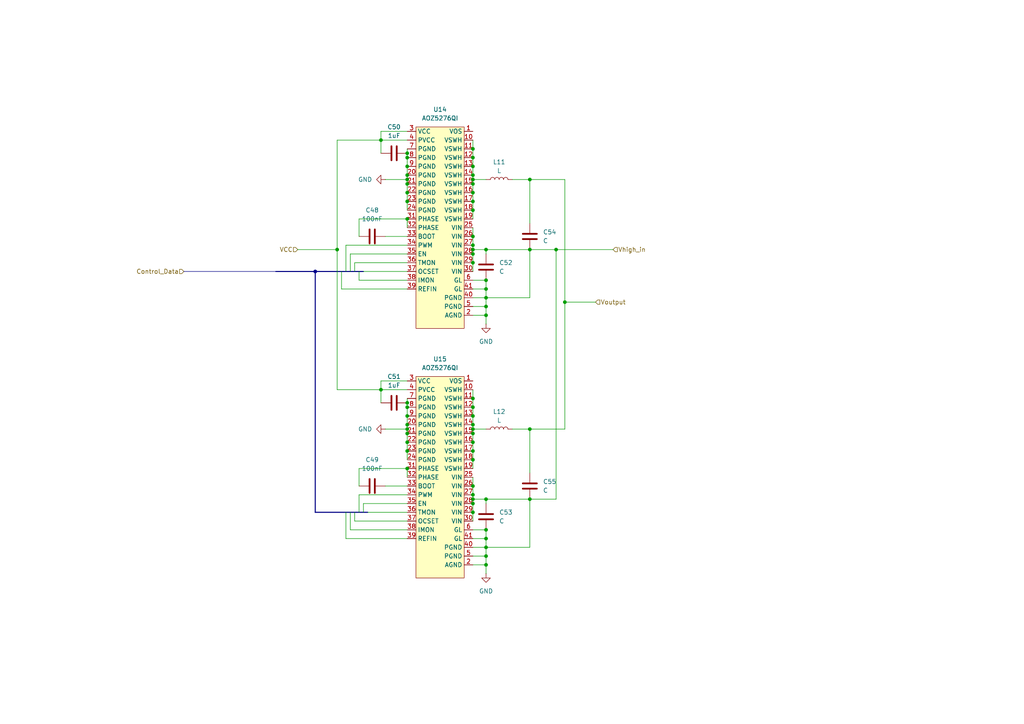
<source format=kicad_sch>
(kicad_sch (version 20231120) (generator "eeschema") (generator_version "8.0")
  (paper "A4")
  (lib_symbols
    (symbol "Device:C" (pin_numbers hide) (pin_names (offset 0.254))
      (property "Reference" "C" (at 0.635 2.54 0))
      (property "Value" "C" (at 0.635 -2.54 0))
      (symbol "C_0_1"
        (polyline (pts (xy -2.032 -0.762) (xy 2.032 -0.762)) (stroke (width 0.508)))
        (polyline (pts (xy -2.032 0.762) (xy 2.032 0.762)) (stroke (width 0.508)))
      )
      (symbol "C_1_1"
        (pin passive line (at 0 3.81 270) (length 2.794) (name "~") (number "1"))
        (pin passive line (at 0 -3.81 90) (length 2.794) (name "~") (number "2"))
      )
    )
    (symbol "Device:L" (pin_numbers hide) (pin_names (offset 1.016) hide)
      (property "Reference" "L" (at -1.27 0 90))
      (property "Value" "L" (at 1.905 0 90))
      (symbol "L_0_1"
        (arc (start 0 -2.54) (mid 0.6323 -1.905) (end 0 -1.27))
        (arc (start 0 -1.27) (mid 0.6323 -0.635) (end 0 0))
        (arc (start 0 0) (mid 0.6323 0.635) (end 0 1.27))
        (arc (start 0 1.27) (mid 0.6323 1.905) (end 0 2.54))
      )
      (symbol "L_1_1"
        (pin passive line (at 0 3.81 270) (length 1.27) (name "1") (number "1"))
        (pin passive line (at 0 -3.81 90) (length 1.27) (name "2") (number "2"))
      )
    )
    (symbol "Symbol_Library:AOZ5276QI"
      (property "Reference" "U" (at 1.27 12.7 0))
      (property "Value" "AOZ5276QI" (at 1.27 12.7 0))
      (symbol "AOZ5276QI_1_1"
        (rectangle (start -6.35 21.59) (end 7.62 -36.83) (fill (type background)))
        (pin input line (at 10.16 20.32 180) (length 2.54) (name "VOS") (number "1"))
        (pin output line (at 10.16 17.78 180) (length 2.54) (name "VSWH") (number "10"))
        (pin output line (at 10.16 15.24 180) (length 2.54) (name "VSWH") (number "11"))
        (pin output line (at 10.16 12.7 180) (length 2.54) (name "VSWH") (number "12"))
        (pin output line (at 10.16 10.16 180) (length 2.54) (name "VSWH") (number "13"))
        (pin output line (at 10.16 7.62 180) (length 2.54) (name "VSWH") (number "14"))
        (pin output line (at 10.16 5.08 180) (length 2.54) (name "VSWH") (number "15"))
        (pin output line (at 10.16 2.54 180) (length 2.54) (name "VSWH") (number "16"))
        (pin output line (at 10.16 0 180) (length 2.54) (name "VSWH") (number "17"))
        (pin output line (at 10.16 -2.54 180) (length 2.54) (name "VSWH") (number "18"))
        (pin output line (at 10.16 -5.08 180) (length 2.54) (name "VSWH") (number "19"))
        (pin input line (at 10.16 -33.02 180) (length 2.54) (name "AGND") (number "2"))
        (pin input line (at -8.89 7.62 0) (length 2.54) (name "PGND") (number "20"))
        (pin input line (at -8.89 5.08 0) (length 2.54) (name "PGND") (number "21"))
        (pin input line (at -8.89 2.54 0) (length 2.54) (name "PGND") (number "22"))
        (pin input line (at -8.89 0 0) (length 2.54) (name "PGND") (number "23"))
        (pin input line (at -8.89 -2.54 0) (length 2.54) (name "PGND") (number "24"))
        (pin input line (at 10.16 -7.62 180) (length 2.54) (name "VIN") (number "25"))
        (pin input line (at 10.16 -10.16 180) (length 2.54) (name "VIN") (number "26"))
        (pin input line (at 10.16 -12.7 180) (length 2.54) (name "VIN") (number "27"))
        (pin input line (at 10.16 -15.24 180) (length 2.54) (name "VIN") (number "28"))
        (pin input line (at 10.16 -17.78 180) (length 2.54) (name "VIN") (number "29"))
        (pin input line (at -8.89 20.32 0) (length 2.54) (name "VCC") (number "3"))
        (pin input line (at 10.16 -20.32 180) (length 2.54) (name "VIN") (number "30"))
        (pin input line (at -8.89 -5.08 0) (length 2.54) (name "PHASE") (number "31"))
        (pin input line (at -8.89 -7.62 0) (length 2.54) (name "PHASE") (number "32"))
        (pin input line (at -8.89 -10.16 0) (length 2.54) (name "BOOT") (number "33"))
        (pin input line (at -8.89 -12.7 0) (length 2.54) (name "PWM") (number "34"))
        (pin output line (at -8.89 -15.24 0) (length 2.54) (name "EN") (number "35"))
        (pin input line (at -8.89 -17.78 0) (length 2.54) (name "TMON") (number "36"))
        (pin input line (at -8.89 -20.32 0) (length 2.54) (name "OCSET") (number "37"))
        (pin output line (at -8.89 -22.86 0) (length 2.54) (name "IMON") (number "38"))
        (pin input line (at -8.89 -25.4 0) (length 2.54) (name "REFIN") (number "39"))
        (pin input line (at -8.89 17.78 0) (length 2.54) (name "PVCC") (number "4"))
        (pin input line (at 10.16 -27.94 180) (length 2.54) (name "PGND") (number "40"))
        (pin input line (at 10.16 -25.4 180) (length 2.54) (name "GL") (number "41"))
        (pin input line (at 10.16 -30.48 180) (length 2.54) (name "PGND") (number "5"))
        (pin input line (at 10.16 -22.86 180) (length 2.54) (name "GL") (number "6"))
        (pin input line (at -8.89 15.24 0) (length 2.54) (name "PGND") (number "7"))
        (pin input line (at -8.89 12.7 0) (length 2.54) (name "PGND") (number "8"))
        (pin input line (at -8.89 10.16 0) (length 2.54) (name "PGND") (number "9"))
      )
    )
    (symbol "power:GND" (power) (pin_numbers hide) (pin_names (offset 0) hide)
      (property "Value" "GND" (at 0 -3.81 0))
      (symbol "GND_0_1"
        (polyline (pts (xy 0 0) (xy 0 -1.27) (xy 1.27 -1.27) (xy 0 -2.54) (xy -1.27 -1.27) (xy 0 -1.27)))
      )
      (symbol "GND_1_1"
        (pin power_in line (at 0 0 270) (length 0) (name "~") (number "1"))
      )
    )
  )
  (junction (at 137.16 124.46))
  (junction (at 140.97 72.39))
  (junction (at 137.16 45.72))
  (junction (at 137.16 130.81))
  (junction (at 137.16 148.59))
  (junction (at 140.97 83.82))
  (junction (at 137.16 68.58))
  (junction (at 140.97 163.83))
  (junction (at 137.16 58.42))
  (junction (at 140.97 144.78))
  (junction (at 137.16 120.65))
  (junction (at 137.16 53.34))
  (junction (at 137.16 146.05))
  (junction (at 137.16 123.19))
  (junction (at 137.16 140.97))
  (junction (at 118.11 45.72))
  (junction (at 118.11 116.84))
  (junction (at 118.11 118.11))
  (junction (at 137.16 52.07))
  (junction (at 137.16 60.96))
  (junction (at 91.44 78.74))
  (junction (at 137.16 144.78))
  (junction (at 118.11 120.65))
  (junction (at 137.16 76.2))
  (junction (at 140.97 153.67))
  (junction (at 153.67 144.78))
  (junction (at 137.16 73.66))
  (junction (at 137.16 48.26))
  (junction (at 118.11 125.73))
  (junction (at 118.11 52.07))
  (junction (at 118.11 58.42))
  (junction (at 140.97 91.44))
  (junction (at 140.97 158.75))
  (junction (at 118.11 55.88))
  (junction (at 153.67 124.46))
  (junction (at 140.97 86.36))
  (junction (at 118.11 124.46))
  (junction (at 137.16 50.8))
  (junction (at 140.97 81.28))
  (junction (at 118.11 53.34))
  (junction (at 97.79 72.39))
  (junction (at 118.11 130.81))
  (junction (at 140.97 161.29))
  (junction (at 118.11 50.8))
  (junction (at 137.16 143.51))
  (junction (at 110.49 40.64))
  (junction (at 137.16 55.88))
  (junction (at 137.16 115.57))
  (junction (at 137.16 72.39))
  (junction (at 137.16 118.11))
  (junction (at 118.11 48.26))
  (junction (at 137.16 128.27))
  (junction (at 137.16 71.12))
  (junction (at 118.11 63.5))
  (junction (at 153.67 52.07))
  (junction (at 137.16 125.73))
  (junction (at 140.97 156.21))
  (junction (at 118.11 128.27))
  (junction (at 161.29 72.39))
  (junction (at 140.97 88.9))
  (junction (at 118.11 44.45))
  (junction (at 137.16 133.35))
  (junction (at 137.16 43.18))
  (junction (at 153.67 72.39))
  (junction (at 110.49 113.03))
  (junction (at 118.11 135.89))
  (junction (at 118.11 123.19))
  (junction (at 163.83 87.63))
  (wire (pts (xy 153.67 72.39) (xy 153.67 86.36)))
  (wire (pts (xy 137.16 130.81) (xy 137.16 133.35)))
  (wire (pts (xy 118.11 135.89) (xy 118.11 138.43)))
  (wire (pts (xy 104.14 135.89) (xy 104.14 140.97)))
  (wire (pts (xy 118.11 123.19) (xy 118.11 124.46)))
  (wire (pts (xy 118.11 44.45) (xy 118.11 45.72)))
  (bus (pts (xy 91.44 78.74) (xy 91.44 148.59)))
  (wire (pts (xy 118.11 43.18) (xy 118.11 44.45)))
  (wire (pts (xy 161.29 72.39) (xy 161.29 144.78)))
  (wire (pts (xy 137.16 148.59) (xy 137.16 151.13)))
  (wire (pts (xy 153.67 158.75) (xy 140.97 158.75)))
  (wire (pts (xy 140.97 93.98) (xy 140.97 91.44)))
  (wire (pts (xy 137.16 68.58) (xy 137.16 71.12)))
  (wire (pts (xy 140.97 161.29) (xy 137.16 161.29)))
  (wire (pts (xy 140.97 86.36) (xy 140.97 88.9)))
  (bus (pts (xy 80.01 78.74) (xy 91.44 78.74)))
  (bus (pts (xy 91.44 78.74) (xy 105.41 78.74)))
  (wire (pts (xy 140.97 144.78) (xy 153.67 144.78)))
  (wire (pts (xy 105.41 146.05) (xy 118.11 146.05)))
  (wire (pts (xy 118.11 125.73) (xy 118.11 128.27)))
  (wire (pts (xy 137.16 72.39) (xy 137.16 73.66)))
  (wire (pts (xy 137.16 81.28) (xy 140.97 81.28)))
  (wire (pts (xy 100.33 71.12) (xy 118.11 71.12)))
  (wire (pts (xy 104.14 63.5) (xy 104.14 68.58)))
  (wire (pts (xy 100.33 78.74) (xy 100.33 71.12)))
  (wire (pts (xy 137.16 144.78) (xy 137.16 146.05)))
  (wire (pts (xy 101.6 78.74) (xy 101.6 73.66)))
  (wire (pts (xy 163.83 87.63) (xy 163.83 124.46)))
  (wire (pts (xy 153.67 144.78) (xy 161.29 144.78)))
  (wire (pts (xy 137.16 60.96) (xy 137.16 63.5)))
  (wire (pts (xy 110.49 38.1) (xy 110.49 40.64)))
  (wire (pts (xy 153.67 72.39) (xy 161.29 72.39)))
  (wire (pts (xy 163.83 87.63) (xy 172.72 87.63)))
  (wire (pts (xy 137.16 128.27) (xy 137.16 130.81)))
  (wire (pts (xy 118.11 124.46) (xy 118.11 125.73)))
  (wire (pts (xy 137.16 86.36) (xy 140.97 86.36)))
  (wire (pts (xy 105.41 148.59) (xy 105.41 146.05)))
  (wire (pts (xy 118.11 118.11) (xy 118.11 120.65)))
  (wire (pts (xy 118.11 115.57) (xy 118.11 116.84)))
  (wire (pts (xy 110.49 44.45) (xy 110.49 40.64)))
  (wire (pts (xy 101.6 153.67) (xy 118.11 153.67)))
  (wire (pts (xy 118.11 48.26) (xy 118.11 50.8)))
  (wire (pts (xy 102.87 76.2) (xy 118.11 76.2)))
  (wire (pts (xy 153.67 144.78) (xy 153.67 158.75)))
  (wire (pts (xy 140.97 88.9) (xy 137.16 88.9)))
  (wire (pts (xy 137.16 91.44) (xy 140.97 91.44)))
  (wire (pts (xy 106.68 148.59) (xy 118.11 148.59)))
  (wire (pts (xy 118.11 120.65) (xy 118.11 123.19)))
  (wire (pts (xy 104.14 78.74) (xy 104.14 81.28)))
  (wire (pts (xy 137.16 40.64) (xy 137.16 43.18)))
  (wire (pts (xy 137.16 153.67) (xy 140.97 153.67)))
  (wire (pts (xy 110.49 116.84) (xy 110.49 113.03)))
  (wire (pts (xy 104.14 143.51) (xy 118.11 143.51)))
  (wire (pts (xy 163.83 52.07) (xy 163.83 87.63)))
  (wire (pts (xy 153.67 124.46) (xy 153.67 137.16)))
  (bus (pts (xy 53.34 78.74) (xy 80.01 78.74)) (stroke (width 0.1524)))
  (wire (pts (xy 137.16 115.57) (xy 137.16 118.11)))
  (wire (pts (xy 101.6 73.66) (xy 118.11 73.66)))
  (wire (pts (xy 99.06 78.74) (xy 99.06 83.82)))
  (wire (pts (xy 137.16 58.42) (xy 137.16 60.96)))
  (wire (pts (xy 137.16 73.66) (xy 137.16 76.2)))
  (wire (pts (xy 148.59 52.07) (xy 153.67 52.07)))
  (wire (pts (xy 137.16 124.46) (xy 140.97 124.46)))
  (wire (pts (xy 118.11 45.72) (xy 118.11 48.26)))
  (wire (pts (xy 100.33 148.59) (xy 100.33 156.21)))
  (wire (pts (xy 137.16 146.05) (xy 137.16 148.59)))
  (wire (pts (xy 161.29 72.39) (xy 177.8 72.39)))
  (wire (pts (xy 148.59 124.46) (xy 153.67 124.46)))
  (wire (pts (xy 101.6 148.59) (xy 101.6 153.67)))
  (wire (pts (xy 105.41 78.74) (xy 118.11 78.74)))
  (wire (pts (xy 97.79 113.03) (xy 110.49 113.03)))
  (wire (pts (xy 137.16 118.11) (xy 137.16 120.65)))
  (wire (pts (xy 110.49 110.49) (xy 110.49 113.03)))
  (wire (pts (xy 102.87 151.13) (xy 118.11 151.13)))
  (wire (pts (xy 140.97 158.75) (xy 140.97 161.29)))
  (wire (pts (xy 104.14 148.59) (xy 104.14 143.51)))
  (wire (pts (xy 118.11 53.34) (xy 118.11 55.88)))
  (wire (pts (xy 118.11 130.81) (xy 118.11 133.35)))
  (wire (pts (xy 140.97 166.37) (xy 140.97 163.83)))
  (bus (pts (xy 91.44 148.59) (xy 106.68 148.59)))
  (wire (pts (xy 102.87 148.59) (xy 102.87 151.13)))
  (wire (pts (xy 118.11 63.5) (xy 104.14 63.5)))
  (wire (pts (xy 118.11 63.5) (xy 118.11 66.04)))
  (wire (pts (xy 140.97 146.05) (xy 140.97 144.78)))
  (wire (pts (xy 140.97 83.82) (xy 137.16 83.82)))
  (wire (pts (xy 111.76 68.58) (xy 118.11 68.58)))
  (wire (pts (xy 137.16 143.51) (xy 137.16 144.78)))
  (wire (pts (xy 137.16 76.2) (xy 137.16 78.74)))
  (wire (pts (xy 137.16 124.46) (xy 137.16 125.73)))
  (wire (pts (xy 153.67 124.46) (xy 163.83 124.46)))
  (wire (pts (xy 140.97 91.44) (xy 140.97 88.9)))
  (wire (pts (xy 118.11 83.82) (xy 99.06 83.82)))
  (wire (pts (xy 118.11 116.84) (xy 118.11 118.11)))
  (wire (pts (xy 137.16 45.72) (xy 137.16 48.26)))
  (wire (pts (xy 140.97 81.28) (xy 140.97 83.82)))
  (wire (pts (xy 137.16 163.83) (xy 140.97 163.83)))
  (wire (pts (xy 137.16 123.19) (xy 137.16 124.46)))
  (wire (pts (xy 140.97 158.75) (xy 140.97 156.21)))
  (wire (pts (xy 137.16 52.07) (xy 140.97 52.07)))
  (wire (pts (xy 137.16 133.35) (xy 137.16 135.89)))
  (wire (pts (xy 118.11 38.1) (xy 110.49 38.1)))
  (wire (pts (xy 118.11 50.8) (xy 118.11 52.07)))
  (wire (pts (xy 140.97 153.67) (xy 140.97 156.21)))
  (wire (pts (xy 137.16 53.34) (xy 137.16 55.88)))
  (wire (pts (xy 153.67 52.07) (xy 153.67 64.77)))
  (wire (pts (xy 137.16 50.8) (xy 137.16 52.07)))
  (wire (pts (xy 104.14 81.28) (xy 118.11 81.28)))
  (wire (pts (xy 118.11 58.42) (xy 118.11 60.96)))
  (wire (pts (xy 102.87 78.74) (xy 102.87 76.2)))
  (wire (pts (xy 137.16 72.39) (xy 140.97 72.39)))
  (wire (pts (xy 137.16 144.78) (xy 140.97 144.78)))
  (wire (pts (xy 153.67 86.36) (xy 140.97 86.36)))
  (wire (pts (xy 110.49 40.64) (xy 118.11 40.64)))
  (wire (pts (xy 137.16 138.43) (xy 137.16 140.97)))
  (wire (pts (xy 110.49 113.03) (xy 118.11 113.03)))
  (wire (pts (xy 137.16 140.97) (xy 137.16 143.51)))
  (wire (pts (xy 118.11 55.88) (xy 118.11 58.42)))
  (wire (pts (xy 140.97 73.66) (xy 140.97 72.39)))
  (wire (pts (xy 137.16 48.26) (xy 137.16 50.8)))
  (wire (pts (xy 97.79 40.64) (xy 97.79 72.39)))
  (wire (pts (xy 111.76 52.07) (xy 118.11 52.07)))
  (wire (pts (xy 140.97 72.39) (xy 153.67 72.39)))
  (wire (pts (xy 140.97 163.83) (xy 140.97 161.29)))
  (wire (pts (xy 111.76 140.97) (xy 118.11 140.97)))
  (wire (pts (xy 137.16 43.18) (xy 137.16 45.72)))
  (wire (pts (xy 118.11 52.07) (xy 118.11 53.34)))
  (wire (pts (xy 137.16 55.88) (xy 137.16 58.42)))
  (wire (pts (xy 137.16 52.07) (xy 137.16 53.34)))
  (wire (pts (xy 100.33 156.21) (xy 118.11 156.21)))
  (wire (pts (xy 153.67 52.07) (xy 163.83 52.07)))
  (wire (pts (xy 118.11 110.49) (xy 110.49 110.49)))
  (wire (pts (xy 137.16 125.73) (xy 137.16 128.27)))
  (wire (pts (xy 140.97 156.21) (xy 137.16 156.21)))
  (wire (pts (xy 97.79 72.39) (xy 97.79 113.03)))
  (wire (pts (xy 86.36 72.39) (xy 97.79 72.39)))
  (wire (pts (xy 137.16 120.65) (xy 137.16 123.19)))
  (wire (pts (xy 137.16 158.75) (xy 140.97 158.75)))
  (wire (pts (xy 137.16 66.04) (xy 137.16 68.58)))
  (wire (pts (xy 137.16 71.12) (xy 137.16 72.39)))
  (wire (pts (xy 140.97 86.36) (xy 140.97 83.82)))
  (wire (pts (xy 137.16 113.03) (xy 137.16 115.57)))
  (wire (pts (xy 118.11 135.89) (xy 104.14 135.89)))
  (wire (pts (xy 97.79 40.64) (xy 110.49 40.64)))
  (wire (pts (xy 118.11 128.27) (xy 118.11 130.81)))
  (wire (pts (xy 111.76 124.46) (xy 118.11 124.46)))
  (hierarchical_label "Control_Data" (shape input) (at 53.34 78.74 180))
  (hierarchical_label "VCC" (shape input) (at 86.36 72.39 180))
  (hierarchical_label "Voutput" (shape input) (at 172.72 87.63 0))
  (hierarchical_label "Vhigh_in" (shape input) (at 177.8 72.39 0))
  (symbol (lib_id "Symbol_Library:AOZ5276QI") (at 127 58.42 0) (unit 1)
    (property "Reference" "U14" (at 127.635 31.75 0))
    (property "Value" "AOZ5276QI" (at 127.635 34.29 0))
    (property "Datasheet" "https://mm.digikey.com/Volume0/opasdata/d220001/medias/docus/4313/AOZ5276QI_Rev1.0_Feb2022.pdf" (effects (hide yes)))
    (instances (project "gpu-external-power-supply" (path "" (reference "U14") (unit 1)) (path "" (reference "U16") (unit 1)) (path "" (reference "U6") (unit 1)) (path "" (reference "U8") (unit 1)) (path "" (reference "U12") (unit 1)) (path "" (reference "U10") (unit 1))))
  )
  (symbol (lib_id "power:GND") (at 140.97 166.37 0) (unit 1)
    (property "Reference" "#PWR039" (effects (hide yes)))
    (property "Value" "GND" (at 140.97 171.45 0))
    (property "Description" "Power symbol creates a global label with name \"GND\" , ground" (effects (hide yes)))
    (instances (project "gpu-external-power-supply" (path "" (reference "#PWR039") (unit 1)) (path "" (reference "#PWR043") (unit 1)) (path "" (reference "#PWR023") (unit 1)) (path "" (reference "#PWR027") (unit 1)) (path "" (reference "#PWR035") (unit 1)) (path "" (reference "#PWR031") (unit 1))))
  )
  (symbol (lib_id "Device:C") (at 107.95 140.97 90) (unit 1)
    (property "Reference" "C49" (at 107.95 133.35 90))
    (property "Value" "100nF" (at 107.95 135.89 90))
    (property "Description" "Unpolarized capacitor" (effects (hide yes)))
    (instances (project "gpu-external-power-supply" (path "" (reference "C49") (unit 1)) (path "" (reference "C57") (unit 1)) (path "" (reference "C17") (unit 1)) (path "" (reference "C25") (unit 1)) (path "" (reference "C41") (unit 1)) (path "" (reference "C33") (unit 1))))
  )
  (symbol (lib_id "power:GND") (at 111.76 52.07 270) (unit 1)
    (property "Reference" "#PWR036" (effects (hide yes)))
    (property "Value" "GND" (at 107.95 52.0699 90) (effects (justify right)))
    (property "Description" "Power symbol creates a global label with name \"GND\" , ground" (effects (hide yes)))
    (instances (project "gpu-external-power-supply" (path "" (reference "#PWR036") (unit 1)) (path "" (reference "#PWR040") (unit 1)) (path "" (reference "#PWR020") (unit 1)) (path "" (reference "#PWR024") (unit 1)) (path "" (reference "#PWR032") (unit 1)) (path "" (reference "#PWR028") (unit 1))))
  )
  (symbol (lib_id "Device:C") (at 114.3 116.84 90) (unit 1)
    (property "Reference" "C51" (at 114.3 109.22 90))
    (property "Value" "1uF" (at 114.3 111.76 90))
    (property "Description" "Unpolarized capacitor" (effects (hide yes)))
    (instances (project "gpu-external-power-supply" (path "" (reference "C51") (unit 1)) (path "" (reference "C59") (unit 1)) (path "" (reference "C19") (unit 1)) (path "" (reference "C27") (unit 1)) (path "" (reference "C43") (unit 1)) (path "" (reference "C35") (unit 1))))
  )
  (symbol (lib_id "Symbol_Library:AOZ5276QI") (at 127 130.81 0) (unit 1)
    (property "Reference" "U15" (at 127.635 104.14 0))
    (property "Value" "AOZ5276QI" (at 127.635 106.68 0))
    (property "Datasheet" "https://mm.digikey.com/Volume0/opasdata/d220001/medias/docus/4313/AOZ5276QI_Rev1.0_Feb2022.pdf" (effects (hide yes)))
    (instances (project "gpu-external-power-supply" (path "" (reference "U15") (unit 1)) (path "" (reference "U17") (unit 1)) (path "" (reference "U7") (unit 1)) (path "" (reference "U9") (unit 1)) (path "" (reference "U13") (unit 1)) (path "" (reference "U11") (unit 1))))
  )
  (symbol (lib_id "power:GND") (at 140.97 93.98 0) (unit 1)
    (property "Reference" "#PWR038" (effects (hide yes)))
    (property "Value" "GND" (at 140.97 99.06 0))
    (property "Description" "Power symbol creates a global label with name \"GND\" , ground" (effects (hide yes)))
    (instances (project "gpu-external-power-supply" (path "" (reference "#PWR038") (unit 1)) (path "" (reference "#PWR042") (unit 1)) (path "" (reference "#PWR022") (unit 1)) (path "" (reference "#PWR026") (unit 1)) (path "" (reference "#PWR034") (unit 1)) (path "" (reference "#PWR030") (unit 1))))
  )
  (symbol (lib_id "power:GND") (at 111.76 124.46 270) (unit 1)
    (property "Reference" "#PWR037" (effects (hide yes)))
    (property "Value" "GND" (at 107.95 124.4599 90) (effects (justify right)))
    (property "Description" "Power symbol creates a global label with name \"GND\" , ground" (effects (hide yes)))
    (instances (project "gpu-external-power-supply" (path "" (reference "#PWR037") (unit 1)) (path "" (reference "#PWR041") (unit 1)) (path "" (reference "#PWR021") (unit 1)) (path "" (reference "#PWR025") (unit 1)) (path "" (reference "#PWR033") (unit 1)) (path "" (reference "#PWR029") (unit 1))))
  )
  (symbol (lib_id "Device:C") (at 140.97 149.86 0) (unit 1)
    (property "Reference" "C53" (at 144.78 148.5899 0) (effects (justify left)))
    (property "Value" "C" (at 144.78 151.1299 0) (effects (justify left)))
    (property "Description" "Unpolarized capacitor" (effects (hide yes)))
    (instances (project "gpu-external-power-supply" (path "" (reference "C53") (unit 1)) (path "" (reference "C61") (unit 1)) (path "" (reference "C21") (unit 1)) (path "" (reference "C29") (unit 1)) (path "" (reference "C45") (unit 1)) (path "" (reference "C37") (unit 1))))
  )
  (symbol (lib_id "Device:C") (at 153.67 140.97 0) (unit 1)
    (property "Reference" "C55" (at 157.48 139.6999 0) (effects (justify left)))
    (property "Value" "C" (at 157.48 142.2399 0) (effects (justify left)))
    (property "Description" "Unpolarized capacitor" (effects (hide yes)))
    (instances (project "gpu-external-power-supply" (path "" (reference "C55") (unit 1)) (path "" (reference "C63") (unit 1)) (path "" (reference "C23") (unit 1)) (path "" (reference "C31") (unit 1)) (path "" (reference "C47") (unit 1)) (path "" (reference "C39") (unit 1))))
  )
  (symbol (lib_id "Device:L") (at 144.78 124.46 90) (unit 1)
    (property "Reference" "L12" (at 144.78 119.38 90))
    (property "Value" "L" (at 144.78 121.92 90))
    (property "Description" "Inductor" (effects (hide yes)))
    (instances (project "gpu-external-power-supply" (path "" (reference "L12") (unit 1)) (path "" (reference "L14") (unit 1)) (path "" (reference "L4") (unit 1)) (path "" (reference "L6") (unit 1)) (path "" (reference "L10") (unit 1)) (path "" (reference "L8") (unit 1))))
  )
  (symbol (lib_id "Device:C") (at 107.95 68.58 90) (unit 1)
    (property "Reference" "C48" (at 107.95 60.96 90))
    (property "Value" "100nF" (at 107.95 63.5 90))
    (property "Description" "Unpolarized capacitor" (effects (hide yes)))
    (instances (project "gpu-external-power-supply" (path "" (reference "C48") (unit 1)) (path "" (reference "C56") (unit 1)) (path "" (reference "C16") (unit 1)) (path "" (reference "C24") (unit 1)) (path "" (reference "C40") (unit 1)) (path "" (reference "C32") (unit 1))))
  )
  (symbol (lib_id "Device:C") (at 114.3 44.45 90) (unit 1)
    (property "Reference" "C50" (at 114.3 36.83 90))
    (property "Value" "1uF" (at 114.3 39.37 90))
    (property "Description" "Unpolarized capacitor" (effects (hide yes)))
    (instances (project "gpu-external-power-supply" (path "" (reference "C50") (unit 1)) (path "" (reference "C58") (unit 1)) (path "" (reference "C18") (unit 1)) (path "" (reference "C26") (unit 1)) (path "" (reference "C42") (unit 1)) (path "" (reference "C34") (unit 1))))
  )
  (symbol (lib_id "Device:C") (at 153.67 68.58 0) (unit 1)
    (property "Reference" "C54" (at 157.48 67.3099 0) (effects (justify left)))
    (property "Value" "C" (at 157.48 69.8499 0) (effects (justify left)))
    (property "Description" "Unpolarized capacitor" (effects (hide yes)))
    (instances (project "gpu-external-power-supply" (path "" (reference "C54") (unit 1)) (path "" (reference "C62") (unit 1)) (path "" (reference "C22") (unit 1)) (path "" (reference "C30") (unit 1)) (path "" (reference "C46") (unit 1)) (path "" (reference "C38") (unit 1))))
  )
  (symbol (lib_id "Device:L") (at 144.78 52.07 90) (unit 1)
    (property "Reference" "L11" (at 144.78 46.99 90))
    (property "Value" "L" (at 144.78 49.53 90))
    (property "Description" "Inductor" (effects (hide yes)))
    (instances (project "gpu-external-power-supply" (path "" (reference "L11") (unit 1)) (path "" (reference "L13") (unit 1)) (path "" (reference "L3") (unit 1)) (path "" (reference "L5") (unit 1)) (path "" (reference "L9") (unit 1)) (path "" (reference "L7") (unit 1))))
  )
  (symbol (lib_id "Device:C") (at 140.97 77.47 0) (unit 1)
    (property "Reference" "C52" (at 144.78 76.1999 0) (effects (justify left)))
    (property "Value" "C" (at 144.78 78.7399 0) (effects (justify left)))
    (property "Description" "Unpolarized capacitor" (effects (hide yes)))
    (instances (project "gpu-external-power-supply" (path "" (reference "C52") (unit 1)) (path "" (reference "C60") (unit 1)) (path "" (reference "C20") (unit 1)) (path "" (reference "C28") (unit 1)) (path "" (reference "C44") (unit 1)) (path "" (reference "C36") (unit 1))))
  )
)
</source>
